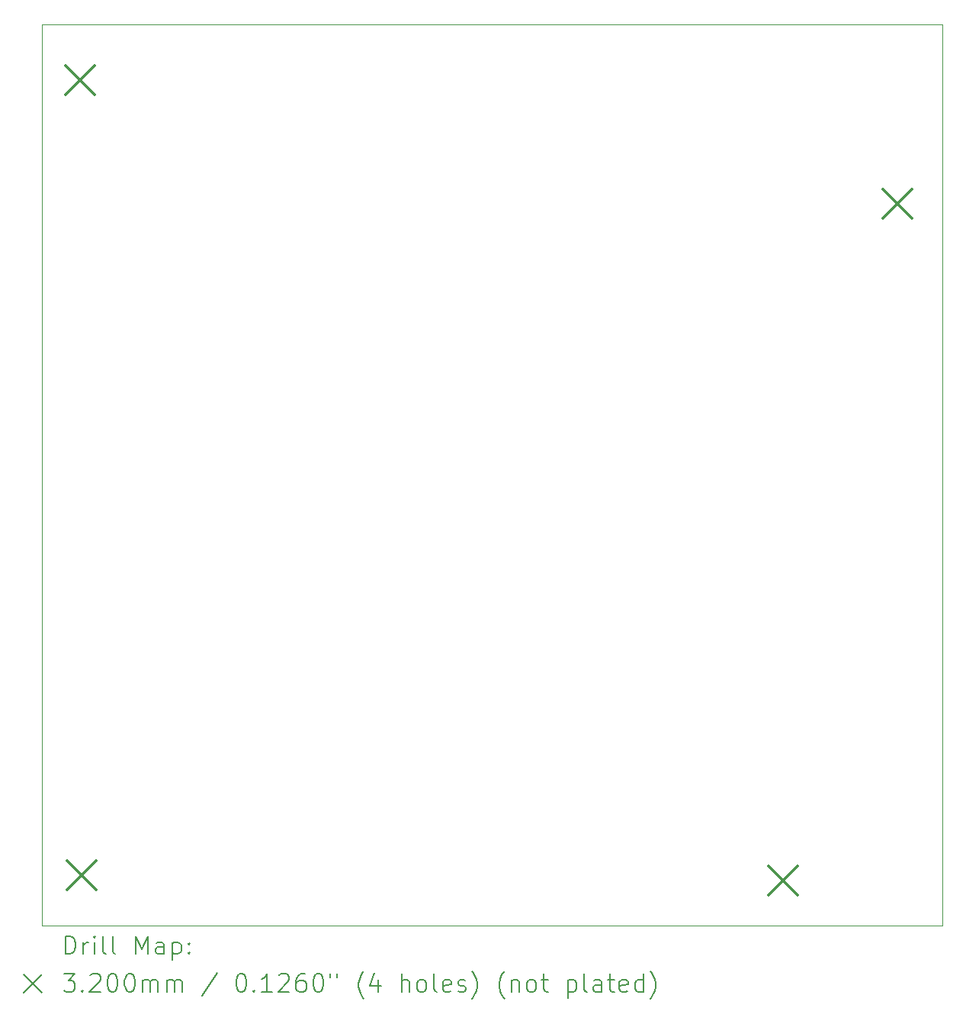
<source format=gbr>
%TF.GenerationSoftware,KiCad,Pcbnew,8.0.6*%
%TF.CreationDate,2024-12-03T08:56:14+01:00*%
%TF.ProjectId,PCB_Tester,5043425f-5465-4737-9465-722e6b696361,rev?*%
%TF.SameCoordinates,Original*%
%TF.FileFunction,Drillmap*%
%TF.FilePolarity,Positive*%
%FSLAX45Y45*%
G04 Gerber Fmt 4.5, Leading zero omitted, Abs format (unit mm)*
G04 Created by KiCad (PCBNEW 8.0.6) date 2024-12-03 08:56:14*
%MOMM*%
%LPD*%
G01*
G04 APERTURE LIST*
%ADD10C,0.050000*%
%ADD11C,0.200000*%
%ADD12C,0.320000*%
G04 APERTURE END LIST*
D10*
X19000000Y-14000000D02*
X9000000Y-14000000D01*
X19000000Y-4000000D02*
X19000000Y-14000000D01*
X9000000Y-14000000D02*
X9000000Y-4000000D01*
X9000000Y-4000000D02*
X19000000Y-4000000D01*
D11*
D12*
X9260000Y-4460000D02*
X9580000Y-4780000D01*
X9580000Y-4460000D02*
X9260000Y-4780000D01*
X9280000Y-13280000D02*
X9600000Y-13600000D01*
X9600000Y-13280000D02*
X9280000Y-13600000D01*
X17070000Y-13340000D02*
X17390000Y-13660000D01*
X17390000Y-13340000D02*
X17070000Y-13660000D01*
X18340000Y-5830000D02*
X18660000Y-6150000D01*
X18660000Y-5830000D02*
X18340000Y-6150000D01*
D11*
X9258277Y-14313984D02*
X9258277Y-14113984D01*
X9258277Y-14113984D02*
X9305896Y-14113984D01*
X9305896Y-14113984D02*
X9334467Y-14123508D01*
X9334467Y-14123508D02*
X9353515Y-14142555D01*
X9353515Y-14142555D02*
X9363039Y-14161603D01*
X9363039Y-14161603D02*
X9372563Y-14199698D01*
X9372563Y-14199698D02*
X9372563Y-14228269D01*
X9372563Y-14228269D02*
X9363039Y-14266365D01*
X9363039Y-14266365D02*
X9353515Y-14285412D01*
X9353515Y-14285412D02*
X9334467Y-14304460D01*
X9334467Y-14304460D02*
X9305896Y-14313984D01*
X9305896Y-14313984D02*
X9258277Y-14313984D01*
X9458277Y-14313984D02*
X9458277Y-14180650D01*
X9458277Y-14218746D02*
X9467801Y-14199698D01*
X9467801Y-14199698D02*
X9477324Y-14190174D01*
X9477324Y-14190174D02*
X9496372Y-14180650D01*
X9496372Y-14180650D02*
X9515420Y-14180650D01*
X9582086Y-14313984D02*
X9582086Y-14180650D01*
X9582086Y-14113984D02*
X9572563Y-14123508D01*
X9572563Y-14123508D02*
X9582086Y-14133031D01*
X9582086Y-14133031D02*
X9591610Y-14123508D01*
X9591610Y-14123508D02*
X9582086Y-14113984D01*
X9582086Y-14113984D02*
X9582086Y-14133031D01*
X9705896Y-14313984D02*
X9686848Y-14304460D01*
X9686848Y-14304460D02*
X9677324Y-14285412D01*
X9677324Y-14285412D02*
X9677324Y-14113984D01*
X9810658Y-14313984D02*
X9791610Y-14304460D01*
X9791610Y-14304460D02*
X9782086Y-14285412D01*
X9782086Y-14285412D02*
X9782086Y-14113984D01*
X10039229Y-14313984D02*
X10039229Y-14113984D01*
X10039229Y-14113984D02*
X10105896Y-14256841D01*
X10105896Y-14256841D02*
X10172563Y-14113984D01*
X10172563Y-14113984D02*
X10172563Y-14313984D01*
X10353515Y-14313984D02*
X10353515Y-14209222D01*
X10353515Y-14209222D02*
X10343991Y-14190174D01*
X10343991Y-14190174D02*
X10324944Y-14180650D01*
X10324944Y-14180650D02*
X10286848Y-14180650D01*
X10286848Y-14180650D02*
X10267801Y-14190174D01*
X10353515Y-14304460D02*
X10334467Y-14313984D01*
X10334467Y-14313984D02*
X10286848Y-14313984D01*
X10286848Y-14313984D02*
X10267801Y-14304460D01*
X10267801Y-14304460D02*
X10258277Y-14285412D01*
X10258277Y-14285412D02*
X10258277Y-14266365D01*
X10258277Y-14266365D02*
X10267801Y-14247317D01*
X10267801Y-14247317D02*
X10286848Y-14237793D01*
X10286848Y-14237793D02*
X10334467Y-14237793D01*
X10334467Y-14237793D02*
X10353515Y-14228269D01*
X10448753Y-14180650D02*
X10448753Y-14380650D01*
X10448753Y-14190174D02*
X10467801Y-14180650D01*
X10467801Y-14180650D02*
X10505896Y-14180650D01*
X10505896Y-14180650D02*
X10524944Y-14190174D01*
X10524944Y-14190174D02*
X10534467Y-14199698D01*
X10534467Y-14199698D02*
X10543991Y-14218746D01*
X10543991Y-14218746D02*
X10543991Y-14275888D01*
X10543991Y-14275888D02*
X10534467Y-14294936D01*
X10534467Y-14294936D02*
X10524944Y-14304460D01*
X10524944Y-14304460D02*
X10505896Y-14313984D01*
X10505896Y-14313984D02*
X10467801Y-14313984D01*
X10467801Y-14313984D02*
X10448753Y-14304460D01*
X10629705Y-14294936D02*
X10639229Y-14304460D01*
X10639229Y-14304460D02*
X10629705Y-14313984D01*
X10629705Y-14313984D02*
X10620182Y-14304460D01*
X10620182Y-14304460D02*
X10629705Y-14294936D01*
X10629705Y-14294936D02*
X10629705Y-14313984D01*
X10629705Y-14190174D02*
X10639229Y-14199698D01*
X10639229Y-14199698D02*
X10629705Y-14209222D01*
X10629705Y-14209222D02*
X10620182Y-14199698D01*
X10620182Y-14199698D02*
X10629705Y-14190174D01*
X10629705Y-14190174D02*
X10629705Y-14209222D01*
X8797500Y-14542500D02*
X8997500Y-14742500D01*
X8997500Y-14542500D02*
X8797500Y-14742500D01*
X9239229Y-14533984D02*
X9363039Y-14533984D01*
X9363039Y-14533984D02*
X9296372Y-14610174D01*
X9296372Y-14610174D02*
X9324944Y-14610174D01*
X9324944Y-14610174D02*
X9343991Y-14619698D01*
X9343991Y-14619698D02*
X9353515Y-14629222D01*
X9353515Y-14629222D02*
X9363039Y-14648269D01*
X9363039Y-14648269D02*
X9363039Y-14695888D01*
X9363039Y-14695888D02*
X9353515Y-14714936D01*
X9353515Y-14714936D02*
X9343991Y-14724460D01*
X9343991Y-14724460D02*
X9324944Y-14733984D01*
X9324944Y-14733984D02*
X9267801Y-14733984D01*
X9267801Y-14733984D02*
X9248753Y-14724460D01*
X9248753Y-14724460D02*
X9239229Y-14714936D01*
X9448753Y-14714936D02*
X9458277Y-14724460D01*
X9458277Y-14724460D02*
X9448753Y-14733984D01*
X9448753Y-14733984D02*
X9439229Y-14724460D01*
X9439229Y-14724460D02*
X9448753Y-14714936D01*
X9448753Y-14714936D02*
X9448753Y-14733984D01*
X9534467Y-14553031D02*
X9543991Y-14543508D01*
X9543991Y-14543508D02*
X9563039Y-14533984D01*
X9563039Y-14533984D02*
X9610658Y-14533984D01*
X9610658Y-14533984D02*
X9629705Y-14543508D01*
X9629705Y-14543508D02*
X9639229Y-14553031D01*
X9639229Y-14553031D02*
X9648753Y-14572079D01*
X9648753Y-14572079D02*
X9648753Y-14591127D01*
X9648753Y-14591127D02*
X9639229Y-14619698D01*
X9639229Y-14619698D02*
X9524944Y-14733984D01*
X9524944Y-14733984D02*
X9648753Y-14733984D01*
X9772563Y-14533984D02*
X9791610Y-14533984D01*
X9791610Y-14533984D02*
X9810658Y-14543508D01*
X9810658Y-14543508D02*
X9820182Y-14553031D01*
X9820182Y-14553031D02*
X9829705Y-14572079D01*
X9829705Y-14572079D02*
X9839229Y-14610174D01*
X9839229Y-14610174D02*
X9839229Y-14657793D01*
X9839229Y-14657793D02*
X9829705Y-14695888D01*
X9829705Y-14695888D02*
X9820182Y-14714936D01*
X9820182Y-14714936D02*
X9810658Y-14724460D01*
X9810658Y-14724460D02*
X9791610Y-14733984D01*
X9791610Y-14733984D02*
X9772563Y-14733984D01*
X9772563Y-14733984D02*
X9753515Y-14724460D01*
X9753515Y-14724460D02*
X9743991Y-14714936D01*
X9743991Y-14714936D02*
X9734467Y-14695888D01*
X9734467Y-14695888D02*
X9724944Y-14657793D01*
X9724944Y-14657793D02*
X9724944Y-14610174D01*
X9724944Y-14610174D02*
X9734467Y-14572079D01*
X9734467Y-14572079D02*
X9743991Y-14553031D01*
X9743991Y-14553031D02*
X9753515Y-14543508D01*
X9753515Y-14543508D02*
X9772563Y-14533984D01*
X9963039Y-14533984D02*
X9982086Y-14533984D01*
X9982086Y-14533984D02*
X10001134Y-14543508D01*
X10001134Y-14543508D02*
X10010658Y-14553031D01*
X10010658Y-14553031D02*
X10020182Y-14572079D01*
X10020182Y-14572079D02*
X10029705Y-14610174D01*
X10029705Y-14610174D02*
X10029705Y-14657793D01*
X10029705Y-14657793D02*
X10020182Y-14695888D01*
X10020182Y-14695888D02*
X10010658Y-14714936D01*
X10010658Y-14714936D02*
X10001134Y-14724460D01*
X10001134Y-14724460D02*
X9982086Y-14733984D01*
X9982086Y-14733984D02*
X9963039Y-14733984D01*
X9963039Y-14733984D02*
X9943991Y-14724460D01*
X9943991Y-14724460D02*
X9934467Y-14714936D01*
X9934467Y-14714936D02*
X9924944Y-14695888D01*
X9924944Y-14695888D02*
X9915420Y-14657793D01*
X9915420Y-14657793D02*
X9915420Y-14610174D01*
X9915420Y-14610174D02*
X9924944Y-14572079D01*
X9924944Y-14572079D02*
X9934467Y-14553031D01*
X9934467Y-14553031D02*
X9943991Y-14543508D01*
X9943991Y-14543508D02*
X9963039Y-14533984D01*
X10115420Y-14733984D02*
X10115420Y-14600650D01*
X10115420Y-14619698D02*
X10124944Y-14610174D01*
X10124944Y-14610174D02*
X10143991Y-14600650D01*
X10143991Y-14600650D02*
X10172563Y-14600650D01*
X10172563Y-14600650D02*
X10191610Y-14610174D01*
X10191610Y-14610174D02*
X10201134Y-14629222D01*
X10201134Y-14629222D02*
X10201134Y-14733984D01*
X10201134Y-14629222D02*
X10210658Y-14610174D01*
X10210658Y-14610174D02*
X10229705Y-14600650D01*
X10229705Y-14600650D02*
X10258277Y-14600650D01*
X10258277Y-14600650D02*
X10277325Y-14610174D01*
X10277325Y-14610174D02*
X10286848Y-14629222D01*
X10286848Y-14629222D02*
X10286848Y-14733984D01*
X10382086Y-14733984D02*
X10382086Y-14600650D01*
X10382086Y-14619698D02*
X10391610Y-14610174D01*
X10391610Y-14610174D02*
X10410658Y-14600650D01*
X10410658Y-14600650D02*
X10439229Y-14600650D01*
X10439229Y-14600650D02*
X10458277Y-14610174D01*
X10458277Y-14610174D02*
X10467801Y-14629222D01*
X10467801Y-14629222D02*
X10467801Y-14733984D01*
X10467801Y-14629222D02*
X10477325Y-14610174D01*
X10477325Y-14610174D02*
X10496372Y-14600650D01*
X10496372Y-14600650D02*
X10524944Y-14600650D01*
X10524944Y-14600650D02*
X10543991Y-14610174D01*
X10543991Y-14610174D02*
X10553515Y-14629222D01*
X10553515Y-14629222D02*
X10553515Y-14733984D01*
X10943991Y-14524460D02*
X10772563Y-14781603D01*
X11201134Y-14533984D02*
X11220182Y-14533984D01*
X11220182Y-14533984D02*
X11239229Y-14543508D01*
X11239229Y-14543508D02*
X11248753Y-14553031D01*
X11248753Y-14553031D02*
X11258277Y-14572079D01*
X11258277Y-14572079D02*
X11267801Y-14610174D01*
X11267801Y-14610174D02*
X11267801Y-14657793D01*
X11267801Y-14657793D02*
X11258277Y-14695888D01*
X11258277Y-14695888D02*
X11248753Y-14714936D01*
X11248753Y-14714936D02*
X11239229Y-14724460D01*
X11239229Y-14724460D02*
X11220182Y-14733984D01*
X11220182Y-14733984D02*
X11201134Y-14733984D01*
X11201134Y-14733984D02*
X11182087Y-14724460D01*
X11182087Y-14724460D02*
X11172563Y-14714936D01*
X11172563Y-14714936D02*
X11163039Y-14695888D01*
X11163039Y-14695888D02*
X11153515Y-14657793D01*
X11153515Y-14657793D02*
X11153515Y-14610174D01*
X11153515Y-14610174D02*
X11163039Y-14572079D01*
X11163039Y-14572079D02*
X11172563Y-14553031D01*
X11172563Y-14553031D02*
X11182087Y-14543508D01*
X11182087Y-14543508D02*
X11201134Y-14533984D01*
X11353515Y-14714936D02*
X11363039Y-14724460D01*
X11363039Y-14724460D02*
X11353515Y-14733984D01*
X11353515Y-14733984D02*
X11343991Y-14724460D01*
X11343991Y-14724460D02*
X11353515Y-14714936D01*
X11353515Y-14714936D02*
X11353515Y-14733984D01*
X11553515Y-14733984D02*
X11439229Y-14733984D01*
X11496372Y-14733984D02*
X11496372Y-14533984D01*
X11496372Y-14533984D02*
X11477325Y-14562555D01*
X11477325Y-14562555D02*
X11458277Y-14581603D01*
X11458277Y-14581603D02*
X11439229Y-14591127D01*
X11629706Y-14553031D02*
X11639229Y-14543508D01*
X11639229Y-14543508D02*
X11658277Y-14533984D01*
X11658277Y-14533984D02*
X11705896Y-14533984D01*
X11705896Y-14533984D02*
X11724944Y-14543508D01*
X11724944Y-14543508D02*
X11734467Y-14553031D01*
X11734467Y-14553031D02*
X11743991Y-14572079D01*
X11743991Y-14572079D02*
X11743991Y-14591127D01*
X11743991Y-14591127D02*
X11734467Y-14619698D01*
X11734467Y-14619698D02*
X11620182Y-14733984D01*
X11620182Y-14733984D02*
X11743991Y-14733984D01*
X11915420Y-14533984D02*
X11877325Y-14533984D01*
X11877325Y-14533984D02*
X11858277Y-14543508D01*
X11858277Y-14543508D02*
X11848753Y-14553031D01*
X11848753Y-14553031D02*
X11829706Y-14581603D01*
X11829706Y-14581603D02*
X11820182Y-14619698D01*
X11820182Y-14619698D02*
X11820182Y-14695888D01*
X11820182Y-14695888D02*
X11829706Y-14714936D01*
X11829706Y-14714936D02*
X11839229Y-14724460D01*
X11839229Y-14724460D02*
X11858277Y-14733984D01*
X11858277Y-14733984D02*
X11896372Y-14733984D01*
X11896372Y-14733984D02*
X11915420Y-14724460D01*
X11915420Y-14724460D02*
X11924944Y-14714936D01*
X11924944Y-14714936D02*
X11934467Y-14695888D01*
X11934467Y-14695888D02*
X11934467Y-14648269D01*
X11934467Y-14648269D02*
X11924944Y-14629222D01*
X11924944Y-14629222D02*
X11915420Y-14619698D01*
X11915420Y-14619698D02*
X11896372Y-14610174D01*
X11896372Y-14610174D02*
X11858277Y-14610174D01*
X11858277Y-14610174D02*
X11839229Y-14619698D01*
X11839229Y-14619698D02*
X11829706Y-14629222D01*
X11829706Y-14629222D02*
X11820182Y-14648269D01*
X12058277Y-14533984D02*
X12077325Y-14533984D01*
X12077325Y-14533984D02*
X12096372Y-14543508D01*
X12096372Y-14543508D02*
X12105896Y-14553031D01*
X12105896Y-14553031D02*
X12115420Y-14572079D01*
X12115420Y-14572079D02*
X12124944Y-14610174D01*
X12124944Y-14610174D02*
X12124944Y-14657793D01*
X12124944Y-14657793D02*
X12115420Y-14695888D01*
X12115420Y-14695888D02*
X12105896Y-14714936D01*
X12105896Y-14714936D02*
X12096372Y-14724460D01*
X12096372Y-14724460D02*
X12077325Y-14733984D01*
X12077325Y-14733984D02*
X12058277Y-14733984D01*
X12058277Y-14733984D02*
X12039229Y-14724460D01*
X12039229Y-14724460D02*
X12029706Y-14714936D01*
X12029706Y-14714936D02*
X12020182Y-14695888D01*
X12020182Y-14695888D02*
X12010658Y-14657793D01*
X12010658Y-14657793D02*
X12010658Y-14610174D01*
X12010658Y-14610174D02*
X12020182Y-14572079D01*
X12020182Y-14572079D02*
X12029706Y-14553031D01*
X12029706Y-14553031D02*
X12039229Y-14543508D01*
X12039229Y-14543508D02*
X12058277Y-14533984D01*
X12201134Y-14533984D02*
X12201134Y-14572079D01*
X12277325Y-14533984D02*
X12277325Y-14572079D01*
X12572563Y-14810174D02*
X12563039Y-14800650D01*
X12563039Y-14800650D02*
X12543991Y-14772079D01*
X12543991Y-14772079D02*
X12534468Y-14753031D01*
X12534468Y-14753031D02*
X12524944Y-14724460D01*
X12524944Y-14724460D02*
X12515420Y-14676841D01*
X12515420Y-14676841D02*
X12515420Y-14638746D01*
X12515420Y-14638746D02*
X12524944Y-14591127D01*
X12524944Y-14591127D02*
X12534468Y-14562555D01*
X12534468Y-14562555D02*
X12543991Y-14543508D01*
X12543991Y-14543508D02*
X12563039Y-14514936D01*
X12563039Y-14514936D02*
X12572563Y-14505412D01*
X12734468Y-14600650D02*
X12734468Y-14733984D01*
X12686848Y-14524460D02*
X12639229Y-14667317D01*
X12639229Y-14667317D02*
X12763039Y-14667317D01*
X12991610Y-14733984D02*
X12991610Y-14533984D01*
X13077325Y-14733984D02*
X13077325Y-14629222D01*
X13077325Y-14629222D02*
X13067801Y-14610174D01*
X13067801Y-14610174D02*
X13048753Y-14600650D01*
X13048753Y-14600650D02*
X13020182Y-14600650D01*
X13020182Y-14600650D02*
X13001134Y-14610174D01*
X13001134Y-14610174D02*
X12991610Y-14619698D01*
X13201134Y-14733984D02*
X13182087Y-14724460D01*
X13182087Y-14724460D02*
X13172563Y-14714936D01*
X13172563Y-14714936D02*
X13163039Y-14695888D01*
X13163039Y-14695888D02*
X13163039Y-14638746D01*
X13163039Y-14638746D02*
X13172563Y-14619698D01*
X13172563Y-14619698D02*
X13182087Y-14610174D01*
X13182087Y-14610174D02*
X13201134Y-14600650D01*
X13201134Y-14600650D02*
X13229706Y-14600650D01*
X13229706Y-14600650D02*
X13248753Y-14610174D01*
X13248753Y-14610174D02*
X13258277Y-14619698D01*
X13258277Y-14619698D02*
X13267801Y-14638746D01*
X13267801Y-14638746D02*
X13267801Y-14695888D01*
X13267801Y-14695888D02*
X13258277Y-14714936D01*
X13258277Y-14714936D02*
X13248753Y-14724460D01*
X13248753Y-14724460D02*
X13229706Y-14733984D01*
X13229706Y-14733984D02*
X13201134Y-14733984D01*
X13382087Y-14733984D02*
X13363039Y-14724460D01*
X13363039Y-14724460D02*
X13353515Y-14705412D01*
X13353515Y-14705412D02*
X13353515Y-14533984D01*
X13534468Y-14724460D02*
X13515420Y-14733984D01*
X13515420Y-14733984D02*
X13477325Y-14733984D01*
X13477325Y-14733984D02*
X13458277Y-14724460D01*
X13458277Y-14724460D02*
X13448753Y-14705412D01*
X13448753Y-14705412D02*
X13448753Y-14629222D01*
X13448753Y-14629222D02*
X13458277Y-14610174D01*
X13458277Y-14610174D02*
X13477325Y-14600650D01*
X13477325Y-14600650D02*
X13515420Y-14600650D01*
X13515420Y-14600650D02*
X13534468Y-14610174D01*
X13534468Y-14610174D02*
X13543991Y-14629222D01*
X13543991Y-14629222D02*
X13543991Y-14648269D01*
X13543991Y-14648269D02*
X13448753Y-14667317D01*
X13620182Y-14724460D02*
X13639230Y-14733984D01*
X13639230Y-14733984D02*
X13677325Y-14733984D01*
X13677325Y-14733984D02*
X13696372Y-14724460D01*
X13696372Y-14724460D02*
X13705896Y-14705412D01*
X13705896Y-14705412D02*
X13705896Y-14695888D01*
X13705896Y-14695888D02*
X13696372Y-14676841D01*
X13696372Y-14676841D02*
X13677325Y-14667317D01*
X13677325Y-14667317D02*
X13648753Y-14667317D01*
X13648753Y-14667317D02*
X13629706Y-14657793D01*
X13629706Y-14657793D02*
X13620182Y-14638746D01*
X13620182Y-14638746D02*
X13620182Y-14629222D01*
X13620182Y-14629222D02*
X13629706Y-14610174D01*
X13629706Y-14610174D02*
X13648753Y-14600650D01*
X13648753Y-14600650D02*
X13677325Y-14600650D01*
X13677325Y-14600650D02*
X13696372Y-14610174D01*
X13772563Y-14810174D02*
X13782087Y-14800650D01*
X13782087Y-14800650D02*
X13801134Y-14772079D01*
X13801134Y-14772079D02*
X13810658Y-14753031D01*
X13810658Y-14753031D02*
X13820182Y-14724460D01*
X13820182Y-14724460D02*
X13829706Y-14676841D01*
X13829706Y-14676841D02*
X13829706Y-14638746D01*
X13829706Y-14638746D02*
X13820182Y-14591127D01*
X13820182Y-14591127D02*
X13810658Y-14562555D01*
X13810658Y-14562555D02*
X13801134Y-14543508D01*
X13801134Y-14543508D02*
X13782087Y-14514936D01*
X13782087Y-14514936D02*
X13772563Y-14505412D01*
X14134468Y-14810174D02*
X14124944Y-14800650D01*
X14124944Y-14800650D02*
X14105896Y-14772079D01*
X14105896Y-14772079D02*
X14096372Y-14753031D01*
X14096372Y-14753031D02*
X14086849Y-14724460D01*
X14086849Y-14724460D02*
X14077325Y-14676841D01*
X14077325Y-14676841D02*
X14077325Y-14638746D01*
X14077325Y-14638746D02*
X14086849Y-14591127D01*
X14086849Y-14591127D02*
X14096372Y-14562555D01*
X14096372Y-14562555D02*
X14105896Y-14543508D01*
X14105896Y-14543508D02*
X14124944Y-14514936D01*
X14124944Y-14514936D02*
X14134468Y-14505412D01*
X14210658Y-14600650D02*
X14210658Y-14733984D01*
X14210658Y-14619698D02*
X14220182Y-14610174D01*
X14220182Y-14610174D02*
X14239230Y-14600650D01*
X14239230Y-14600650D02*
X14267801Y-14600650D01*
X14267801Y-14600650D02*
X14286849Y-14610174D01*
X14286849Y-14610174D02*
X14296372Y-14629222D01*
X14296372Y-14629222D02*
X14296372Y-14733984D01*
X14420182Y-14733984D02*
X14401134Y-14724460D01*
X14401134Y-14724460D02*
X14391611Y-14714936D01*
X14391611Y-14714936D02*
X14382087Y-14695888D01*
X14382087Y-14695888D02*
X14382087Y-14638746D01*
X14382087Y-14638746D02*
X14391611Y-14619698D01*
X14391611Y-14619698D02*
X14401134Y-14610174D01*
X14401134Y-14610174D02*
X14420182Y-14600650D01*
X14420182Y-14600650D02*
X14448753Y-14600650D01*
X14448753Y-14600650D02*
X14467801Y-14610174D01*
X14467801Y-14610174D02*
X14477325Y-14619698D01*
X14477325Y-14619698D02*
X14486849Y-14638746D01*
X14486849Y-14638746D02*
X14486849Y-14695888D01*
X14486849Y-14695888D02*
X14477325Y-14714936D01*
X14477325Y-14714936D02*
X14467801Y-14724460D01*
X14467801Y-14724460D02*
X14448753Y-14733984D01*
X14448753Y-14733984D02*
X14420182Y-14733984D01*
X14543992Y-14600650D02*
X14620182Y-14600650D01*
X14572563Y-14533984D02*
X14572563Y-14705412D01*
X14572563Y-14705412D02*
X14582087Y-14724460D01*
X14582087Y-14724460D02*
X14601134Y-14733984D01*
X14601134Y-14733984D02*
X14620182Y-14733984D01*
X14839230Y-14600650D02*
X14839230Y-14800650D01*
X14839230Y-14610174D02*
X14858277Y-14600650D01*
X14858277Y-14600650D02*
X14896373Y-14600650D01*
X14896373Y-14600650D02*
X14915420Y-14610174D01*
X14915420Y-14610174D02*
X14924944Y-14619698D01*
X14924944Y-14619698D02*
X14934468Y-14638746D01*
X14934468Y-14638746D02*
X14934468Y-14695888D01*
X14934468Y-14695888D02*
X14924944Y-14714936D01*
X14924944Y-14714936D02*
X14915420Y-14724460D01*
X14915420Y-14724460D02*
X14896373Y-14733984D01*
X14896373Y-14733984D02*
X14858277Y-14733984D01*
X14858277Y-14733984D02*
X14839230Y-14724460D01*
X15048753Y-14733984D02*
X15029706Y-14724460D01*
X15029706Y-14724460D02*
X15020182Y-14705412D01*
X15020182Y-14705412D02*
X15020182Y-14533984D01*
X15210658Y-14733984D02*
X15210658Y-14629222D01*
X15210658Y-14629222D02*
X15201134Y-14610174D01*
X15201134Y-14610174D02*
X15182087Y-14600650D01*
X15182087Y-14600650D02*
X15143992Y-14600650D01*
X15143992Y-14600650D02*
X15124944Y-14610174D01*
X15210658Y-14724460D02*
X15191611Y-14733984D01*
X15191611Y-14733984D02*
X15143992Y-14733984D01*
X15143992Y-14733984D02*
X15124944Y-14724460D01*
X15124944Y-14724460D02*
X15115420Y-14705412D01*
X15115420Y-14705412D02*
X15115420Y-14686365D01*
X15115420Y-14686365D02*
X15124944Y-14667317D01*
X15124944Y-14667317D02*
X15143992Y-14657793D01*
X15143992Y-14657793D02*
X15191611Y-14657793D01*
X15191611Y-14657793D02*
X15210658Y-14648269D01*
X15277325Y-14600650D02*
X15353515Y-14600650D01*
X15305896Y-14533984D02*
X15305896Y-14705412D01*
X15305896Y-14705412D02*
X15315420Y-14724460D01*
X15315420Y-14724460D02*
X15334468Y-14733984D01*
X15334468Y-14733984D02*
X15353515Y-14733984D01*
X15496373Y-14724460D02*
X15477325Y-14733984D01*
X15477325Y-14733984D02*
X15439230Y-14733984D01*
X15439230Y-14733984D02*
X15420182Y-14724460D01*
X15420182Y-14724460D02*
X15410658Y-14705412D01*
X15410658Y-14705412D02*
X15410658Y-14629222D01*
X15410658Y-14629222D02*
X15420182Y-14610174D01*
X15420182Y-14610174D02*
X15439230Y-14600650D01*
X15439230Y-14600650D02*
X15477325Y-14600650D01*
X15477325Y-14600650D02*
X15496373Y-14610174D01*
X15496373Y-14610174D02*
X15505896Y-14629222D01*
X15505896Y-14629222D02*
X15505896Y-14648269D01*
X15505896Y-14648269D02*
X15410658Y-14667317D01*
X15677325Y-14733984D02*
X15677325Y-14533984D01*
X15677325Y-14724460D02*
X15658277Y-14733984D01*
X15658277Y-14733984D02*
X15620182Y-14733984D01*
X15620182Y-14733984D02*
X15601134Y-14724460D01*
X15601134Y-14724460D02*
X15591611Y-14714936D01*
X15591611Y-14714936D02*
X15582087Y-14695888D01*
X15582087Y-14695888D02*
X15582087Y-14638746D01*
X15582087Y-14638746D02*
X15591611Y-14619698D01*
X15591611Y-14619698D02*
X15601134Y-14610174D01*
X15601134Y-14610174D02*
X15620182Y-14600650D01*
X15620182Y-14600650D02*
X15658277Y-14600650D01*
X15658277Y-14600650D02*
X15677325Y-14610174D01*
X15753515Y-14810174D02*
X15763039Y-14800650D01*
X15763039Y-14800650D02*
X15782087Y-14772079D01*
X15782087Y-14772079D02*
X15791611Y-14753031D01*
X15791611Y-14753031D02*
X15801134Y-14724460D01*
X15801134Y-14724460D02*
X15810658Y-14676841D01*
X15810658Y-14676841D02*
X15810658Y-14638746D01*
X15810658Y-14638746D02*
X15801134Y-14591127D01*
X15801134Y-14591127D02*
X15791611Y-14562555D01*
X15791611Y-14562555D02*
X15782087Y-14543508D01*
X15782087Y-14543508D02*
X15763039Y-14514936D01*
X15763039Y-14514936D02*
X15753515Y-14505412D01*
M02*

</source>
